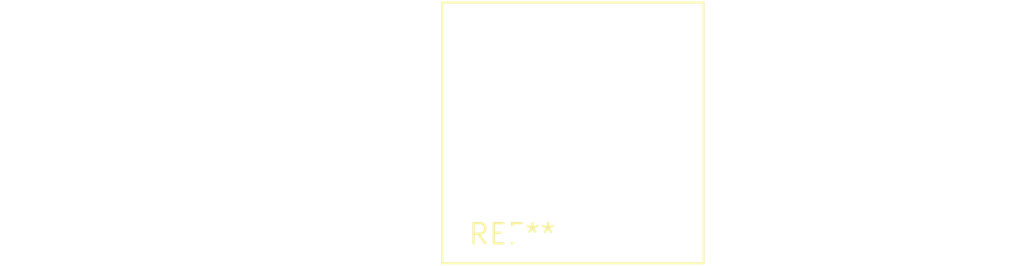
<source format=kicad_pcb>
(kicad_pcb (version 20240108) (generator pcbnew)
  (layers (0 "F.Cu" signal) (31 "B.Cu" signal) (34 "B.Paste" user) (35 "F.Paste" user) (36 "B.SilkS" user "B.Silkscreen") (37 "F.SilkS" user "F.Silkscreen") (38 "B.Mask" user) (39 "F.Mask" user) (44 "Edge.Cuts" user))
  (net 0 "")
  (footprint "L_Radial_L16.1mm_W16.1mm_Px7.62mm_Py12.70mm_Pulse_LP-44" (layer "F.Cu") (at 0 0)
    (property "Reference" "REF**")
    (property "Value" "L_Radial_L16.1mm_W16.1mm_Px7.62mm_Py12.70mm_Pulse_LP-44")
    (fp_line (start -4.375 -14.535) (end -4.375 1.835) (layer "F.SilkS") (stroke (width 0.12)))
    (fp_line (start -4.375 -14.535) (end 11.995 -14.535) (layer "F.SilkS") (stroke (width 0.12)))
    (fp_line (start -4.375 1.835) (end 11.995 1.835) (layer "F.SilkS") (stroke (width 0.12)))
    (fp_line (start 11.995 -14.535) (end 11.995 1.835) (layer "F.SilkS") (stroke (width 0.12)))
    (pad "1" thru_hole circle (at 0 0) (size 2 2) (drill 1) (layers *.Cu *.Mask) (remove_unused_layers))
    (pad "2" thru_hole circle (at 7.62 -12.7) (size 2 2) (drill 1) (layers *.Cu *.Mask) (remove_unused_layers))
  )
)
</source>
